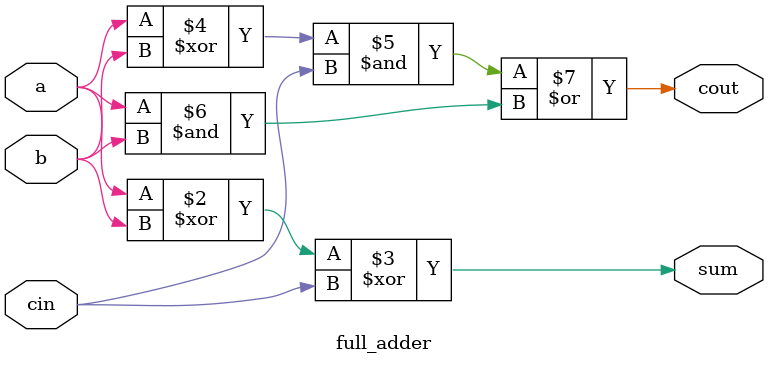
<source format=sv>
`timescale 1ns/1ps
module full_adder(
    input logic a,
    input logic b,
    input logic cin,
    output logic sum,
    output logic cout
);
always_comb begin 
    sum = a^b^cin;
    cout = (a^b)&cin|a&b;
end

endmodule
</source>
